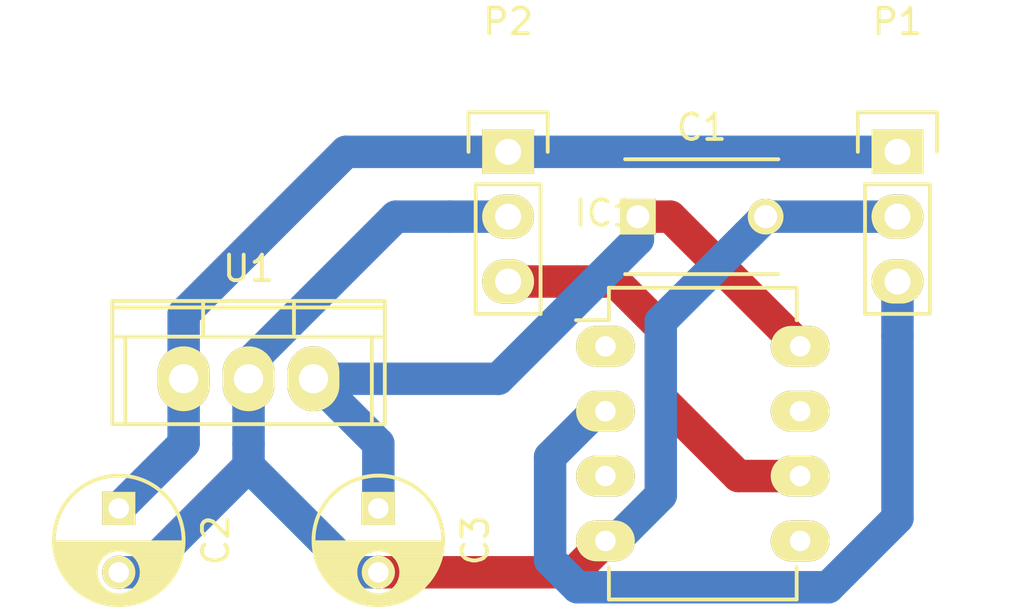
<source format=kicad_pcb>
(kicad_pcb (version 4) (host pcbnew "(2015-12-07 BZR 6352)-product")

  (general
    (links 14)
    (no_connects 9)
    (area 0 0 0 0)
    (thickness 1.6)
    (drawings 0)
    (tracks 46)
    (zones 0)
    (modules 7)
    (nets 10)
  )

  (page A4)
  (layers
    (0 F.Cu signal)
    (31 B.Cu signal)
    (32 B.Adhes user)
    (33 F.Adhes user)
    (34 B.Paste user)
    (35 F.Paste user)
    (36 B.SilkS user)
    (37 F.SilkS user)
    (38 B.Mask user)
    (39 F.Mask user)
    (40 Dwgs.User user)
    (41 Cmts.User user)
    (42 Eco1.User user)
    (43 Eco2.User user)
    (44 Edge.Cuts user)
    (45 Margin user)
    (46 B.CrtYd user)
    (47 F.CrtYd user)
    (48 B.Fab user)
    (49 F.Fab user)
  )

  (setup
    (last_trace_width 1.27)
    (user_trace_width 0.508)
    (user_trace_width 0.635)
    (user_trace_width 1.27)
    (trace_clearance 0.381)
    (zone_clearance 0.508)
    (zone_45_only no)
    (trace_min 0.2)
    (segment_width 0.2)
    (edge_width 0.15)
    (via_size 0.6)
    (via_drill 0.4)
    (via_min_size 0.4)
    (via_min_drill 0.3)
    (uvia_size 0.3)
    (uvia_drill 0.1)
    (uvias_allowed no)
    (uvia_min_size 0)
    (uvia_min_drill 0)
    (pcb_text_width 0.3)
    (pcb_text_size 1.5 1.5)
    (mod_edge_width 0.15)
    (mod_text_size 1 1)
    (mod_text_width 0.15)
    (pad_size 1.524 1.524)
    (pad_drill 0.762)
    (pad_to_mask_clearance 0.2)
    (aux_axis_origin 0 0)
    (visible_elements FFFFFF7F)
    (pcbplotparams
      (layerselection 0x00030_80000001)
      (usegerberextensions false)
      (excludeedgelayer true)
      (linewidth 0.100000)
      (plotframeref false)
      (viasonmask false)
      (mode 1)
      (useauxorigin false)
      (hpglpennumber 1)
      (hpglpenspeed 20)
      (hpglpendiameter 15)
      (hpglpenoverlay 2)
      (psnegative false)
      (psa4output false)
      (plotreference true)
      (plotvalue true)
      (plotinvisibletext false)
      (padsonsilk false)
      (subtractmaskfromsilk false)
      (outputformat 1)
      (mirror false)
      (drillshape 1)
      (scaleselection 1)
      (outputdirectory ""))
  )

  (net 0 "")
  (net 1 +5V)
  (net 2 GND)
  (net 3 VCC)
  (net 4 "Net-(IC1-Pad1)")
  (net 5 CTRLSignal)
  (net 6 "Net-(IC1-Pad3)")
  (net 7 "Net-(IC1-Pad5)")
  (net 8 LEDOut)
  (net 9 "Net-(IC1-Pad7)")

  (net_class Default "This is the default net class."
    (clearance 0.381)
    (trace_width 0.381)
    (via_dia 0.6)
    (via_drill 0.4)
    (uvia_dia 0.3)
    (uvia_drill 0.1)
    (add_net +5V)
    (add_net CTRLSignal)
    (add_net GND)
    (add_net LEDOut)
    (add_net "Net-(IC1-Pad1)")
    (add_net "Net-(IC1-Pad3)")
    (add_net "Net-(IC1-Pad5)")
    (add_net "Net-(IC1-Pad7)")
    (add_net VCC)
  )

  (module Capacitors_ThroughHole:C_Disc_D6_P5 (layer F.Cu) (tedit 0) (tstamp 57012D2A)
    (at 147.32 102.87)
    (descr "Capacitor 6mm Disc, Pitch 5mm")
    (tags Capacitor)
    (path /570124BC)
    (fp_text reference C1 (at 2.5 -3.5) (layer F.SilkS)
      (effects (font (size 1 1) (thickness 0.15)))
    )
    (fp_text value u10 (at 2.5 3.5) (layer F.Fab)
      (effects (font (size 1 1) (thickness 0.15)))
    )
    (fp_line (start -0.95 -2.5) (end 5.95 -2.5) (layer F.CrtYd) (width 0.05))
    (fp_line (start 5.95 -2.5) (end 5.95 2.5) (layer F.CrtYd) (width 0.05))
    (fp_line (start 5.95 2.5) (end -0.95 2.5) (layer F.CrtYd) (width 0.05))
    (fp_line (start -0.95 2.5) (end -0.95 -2.5) (layer F.CrtYd) (width 0.05))
    (fp_line (start -0.5 -2.25) (end 5.5 -2.25) (layer F.SilkS) (width 0.15))
    (fp_line (start 5.5 2.25) (end -0.5 2.25) (layer F.SilkS) (width 0.15))
    (pad 1 thru_hole rect (at 0 0) (size 1.4 1.4) (drill 0.9) (layers *.Cu *.Mask F.SilkS)
      (net 1 +5V))
    (pad 2 thru_hole circle (at 5 0) (size 1.4 1.4) (drill 0.9) (layers *.Cu *.Mask F.SilkS)
      (net 2 GND))
    (model Capacitors_ThroughHole.3dshapes/C_Disc_D6_P5.wrl
      (at (xyz 0.0984252 0 0))
      (scale (xyz 1 1 1))
      (rotate (xyz 0 0 0))
    )
  )

  (module Capacitors_ThroughHole:C_Radial_D5_L11_P2.5 (layer F.Cu) (tedit 0) (tstamp 57012D30)
    (at 127 114.3 270)
    (descr "Radial Electrolytic Capacitor Diameter 5mm x Length 11mm, Pitch 2.5mm")
    (tags "Electrolytic Capacitor")
    (path /57012D29)
    (fp_text reference C2 (at 1.25 -3.8 270) (layer F.SilkS)
      (effects (font (size 1 1) (thickness 0.15)))
    )
    (fp_text value 22u (at 1.25 3.8 270) (layer F.Fab)
      (effects (font (size 1 1) (thickness 0.15)))
    )
    (fp_line (start 1.325 -2.499) (end 1.325 2.499) (layer F.SilkS) (width 0.15))
    (fp_line (start 1.465 -2.491) (end 1.465 2.491) (layer F.SilkS) (width 0.15))
    (fp_line (start 1.605 -2.475) (end 1.605 -0.095) (layer F.SilkS) (width 0.15))
    (fp_line (start 1.605 0.095) (end 1.605 2.475) (layer F.SilkS) (width 0.15))
    (fp_line (start 1.745 -2.451) (end 1.745 -0.49) (layer F.SilkS) (width 0.15))
    (fp_line (start 1.745 0.49) (end 1.745 2.451) (layer F.SilkS) (width 0.15))
    (fp_line (start 1.885 -2.418) (end 1.885 -0.657) (layer F.SilkS) (width 0.15))
    (fp_line (start 1.885 0.657) (end 1.885 2.418) (layer F.SilkS) (width 0.15))
    (fp_line (start 2.025 -2.377) (end 2.025 -0.764) (layer F.SilkS) (width 0.15))
    (fp_line (start 2.025 0.764) (end 2.025 2.377) (layer F.SilkS) (width 0.15))
    (fp_line (start 2.165 -2.327) (end 2.165 -0.835) (layer F.SilkS) (width 0.15))
    (fp_line (start 2.165 0.835) (end 2.165 2.327) (layer F.SilkS) (width 0.15))
    (fp_line (start 2.305 -2.266) (end 2.305 -0.879) (layer F.SilkS) (width 0.15))
    (fp_line (start 2.305 0.879) (end 2.305 2.266) (layer F.SilkS) (width 0.15))
    (fp_line (start 2.445 -2.196) (end 2.445 -0.898) (layer F.SilkS) (width 0.15))
    (fp_line (start 2.445 0.898) (end 2.445 2.196) (layer F.SilkS) (width 0.15))
    (fp_line (start 2.585 -2.114) (end 2.585 -0.896) (layer F.SilkS) (width 0.15))
    (fp_line (start 2.585 0.896) (end 2.585 2.114) (layer F.SilkS) (width 0.15))
    (fp_line (start 2.725 -2.019) (end 2.725 -0.871) (layer F.SilkS) (width 0.15))
    (fp_line (start 2.725 0.871) (end 2.725 2.019) (layer F.SilkS) (width 0.15))
    (fp_line (start 2.865 -1.908) (end 2.865 -0.823) (layer F.SilkS) (width 0.15))
    (fp_line (start 2.865 0.823) (end 2.865 1.908) (layer F.SilkS) (width 0.15))
    (fp_line (start 3.005 -1.78) (end 3.005 -0.745) (layer F.SilkS) (width 0.15))
    (fp_line (start 3.005 0.745) (end 3.005 1.78) (layer F.SilkS) (width 0.15))
    (fp_line (start 3.145 -1.631) (end 3.145 -0.628) (layer F.SilkS) (width 0.15))
    (fp_line (start 3.145 0.628) (end 3.145 1.631) (layer F.SilkS) (width 0.15))
    (fp_line (start 3.285 -1.452) (end 3.285 -0.44) (layer F.SilkS) (width 0.15))
    (fp_line (start 3.285 0.44) (end 3.285 1.452) (layer F.SilkS) (width 0.15))
    (fp_line (start 3.425 -1.233) (end 3.425 1.233) (layer F.SilkS) (width 0.15))
    (fp_line (start 3.565 -0.944) (end 3.565 0.944) (layer F.SilkS) (width 0.15))
    (fp_line (start 3.705 -0.472) (end 3.705 0.472) (layer F.SilkS) (width 0.15))
    (fp_circle (center 2.5 0) (end 2.5 -0.9) (layer F.SilkS) (width 0.15))
    (fp_circle (center 1.25 0) (end 1.25 -2.5375) (layer F.SilkS) (width 0.15))
    (fp_circle (center 1.25 0) (end 1.25 -2.8) (layer F.CrtYd) (width 0.05))
    (pad 1 thru_hole rect (at 0 0 270) (size 1.3 1.3) (drill 0.8) (layers *.Cu *.Mask F.SilkS)
      (net 3 VCC))
    (pad 2 thru_hole circle (at 2.5 0 270) (size 1.3 1.3) (drill 0.8) (layers *.Cu *.Mask F.SilkS)
      (net 2 GND))
    (model Capacitors_ThroughHole.3dshapes/C_Radial_D5_L11_P2.5.wrl
      (at (xyz 0.049213 0 0))
      (scale (xyz 1 1 1))
      (rotate (xyz 0 0 90))
    )
  )

  (module Capacitors_ThroughHole:C_Radial_D5_L11_P2.5 (layer F.Cu) (tedit 0) (tstamp 57012D36)
    (at 137.16 114.3 270)
    (descr "Radial Electrolytic Capacitor Diameter 5mm x Length 11mm, Pitch 2.5mm")
    (tags "Electrolytic Capacitor")
    (path /57012DDB)
    (fp_text reference C3 (at 1.25 -3.8 270) (layer F.SilkS)
      (effects (font (size 1 1) (thickness 0.15)))
    )
    (fp_text value 10u (at 1.25 3.8 270) (layer F.Fab)
      (effects (font (size 1 1) (thickness 0.15)))
    )
    (fp_line (start 1.325 -2.499) (end 1.325 2.499) (layer F.SilkS) (width 0.15))
    (fp_line (start 1.465 -2.491) (end 1.465 2.491) (layer F.SilkS) (width 0.15))
    (fp_line (start 1.605 -2.475) (end 1.605 -0.095) (layer F.SilkS) (width 0.15))
    (fp_line (start 1.605 0.095) (end 1.605 2.475) (layer F.SilkS) (width 0.15))
    (fp_line (start 1.745 -2.451) (end 1.745 -0.49) (layer F.SilkS) (width 0.15))
    (fp_line (start 1.745 0.49) (end 1.745 2.451) (layer F.SilkS) (width 0.15))
    (fp_line (start 1.885 -2.418) (end 1.885 -0.657) (layer F.SilkS) (width 0.15))
    (fp_line (start 1.885 0.657) (end 1.885 2.418) (layer F.SilkS) (width 0.15))
    (fp_line (start 2.025 -2.377) (end 2.025 -0.764) (layer F.SilkS) (width 0.15))
    (fp_line (start 2.025 0.764) (end 2.025 2.377) (layer F.SilkS) (width 0.15))
    (fp_line (start 2.165 -2.327) (end 2.165 -0.835) (layer F.SilkS) (width 0.15))
    (fp_line (start 2.165 0.835) (end 2.165 2.327) (layer F.SilkS) (width 0.15))
    (fp_line (start 2.305 -2.266) (end 2.305 -0.879) (layer F.SilkS) (width 0.15))
    (fp_line (start 2.305 0.879) (end 2.305 2.266) (layer F.SilkS) (width 0.15))
    (fp_line (start 2.445 -2.196) (end 2.445 -0.898) (layer F.SilkS) (width 0.15))
    (fp_line (start 2.445 0.898) (end 2.445 2.196) (layer F.SilkS) (width 0.15))
    (fp_line (start 2.585 -2.114) (end 2.585 -0.896) (layer F.SilkS) (width 0.15))
    (fp_line (start 2.585 0.896) (end 2.585 2.114) (layer F.SilkS) (width 0.15))
    (fp_line (start 2.725 -2.019) (end 2.725 -0.871) (layer F.SilkS) (width 0.15))
    (fp_line (start 2.725 0.871) (end 2.725 2.019) (layer F.SilkS) (width 0.15))
    (fp_line (start 2.865 -1.908) (end 2.865 -0.823) (layer F.SilkS) (width 0.15))
    (fp_line (start 2.865 0.823) (end 2.865 1.908) (layer F.SilkS) (width 0.15))
    (fp_line (start 3.005 -1.78) (end 3.005 -0.745) (layer F.SilkS) (width 0.15))
    (fp_line (start 3.005 0.745) (end 3.005 1.78) (layer F.SilkS) (width 0.15))
    (fp_line (start 3.145 -1.631) (end 3.145 -0.628) (layer F.SilkS) (width 0.15))
    (fp_line (start 3.145 0.628) (end 3.145 1.631) (layer F.SilkS) (width 0.15))
    (fp_line (start 3.285 -1.452) (end 3.285 -0.44) (layer F.SilkS) (width 0.15))
    (fp_line (start 3.285 0.44) (end 3.285 1.452) (layer F.SilkS) (width 0.15))
    (fp_line (start 3.425 -1.233) (end 3.425 1.233) (layer F.SilkS) (width 0.15))
    (fp_line (start 3.565 -0.944) (end 3.565 0.944) (layer F.SilkS) (width 0.15))
    (fp_line (start 3.705 -0.472) (end 3.705 0.472) (layer F.SilkS) (width 0.15))
    (fp_circle (center 2.5 0) (end 2.5 -0.9) (layer F.SilkS) (width 0.15))
    (fp_circle (center 1.25 0) (end 1.25 -2.5375) (layer F.SilkS) (width 0.15))
    (fp_circle (center 1.25 0) (end 1.25 -2.8) (layer F.CrtYd) (width 0.05))
    (pad 1 thru_hole rect (at 0 0 270) (size 1.3 1.3) (drill 0.8) (layers *.Cu *.Mask F.SilkS)
      (net 1 +5V))
    (pad 2 thru_hole circle (at 2.5 0 270) (size 1.3 1.3) (drill 0.8) (layers *.Cu *.Mask F.SilkS)
      (net 2 GND))
    (model Capacitors_ThroughHole.3dshapes/C_Radial_D5_L11_P2.5.wrl
      (at (xyz 0.049213 0 0))
      (scale (xyz 1 1 1))
      (rotate (xyz 0 0 90))
    )
  )

  (module Housings_DIP:DIP-8_W7.62mm_LongPads (layer F.Cu) (tedit 54130A77) (tstamp 57012D42)
    (at 146.05 107.95)
    (descr "8-lead dip package, row spacing 7.62 mm (300 mils), longer pads")
    (tags "dil dip 2.54 300")
    (path /56FFFE4D)
    (fp_text reference IC1 (at 0 -5.22) (layer F.SilkS)
      (effects (font (size 1 1) (thickness 0.15)))
    )
    (fp_text value ATTINY45-P (at 0 -3.72) (layer F.Fab)
      (effects (font (size 1 1) (thickness 0.15)))
    )
    (fp_line (start -1.4 -2.45) (end -1.4 10.1) (layer F.CrtYd) (width 0.05))
    (fp_line (start 9 -2.45) (end 9 10.1) (layer F.CrtYd) (width 0.05))
    (fp_line (start -1.4 -2.45) (end 9 -2.45) (layer F.CrtYd) (width 0.05))
    (fp_line (start -1.4 10.1) (end 9 10.1) (layer F.CrtYd) (width 0.05))
    (fp_line (start 0.135 -2.295) (end 0.135 -1.025) (layer F.SilkS) (width 0.15))
    (fp_line (start 7.485 -2.295) (end 7.485 -1.025) (layer F.SilkS) (width 0.15))
    (fp_line (start 7.485 9.915) (end 7.485 8.645) (layer F.SilkS) (width 0.15))
    (fp_line (start 0.135 9.915) (end 0.135 8.645) (layer F.SilkS) (width 0.15))
    (fp_line (start 0.135 -2.295) (end 7.485 -2.295) (layer F.SilkS) (width 0.15))
    (fp_line (start 0.135 9.915) (end 7.485 9.915) (layer F.SilkS) (width 0.15))
    (fp_line (start 0.135 -1.025) (end -1.15 -1.025) (layer F.SilkS) (width 0.15))
    (pad 1 thru_hole oval (at 0 0) (size 2.3 1.6) (drill 0.8) (layers *.Cu *.Mask F.SilkS)
      (net 4 "Net-(IC1-Pad1)"))
    (pad 2 thru_hole oval (at 0 2.54) (size 2.3 1.6) (drill 0.8) (layers *.Cu *.Mask F.SilkS)
      (net 5 CTRLSignal))
    (pad 3 thru_hole oval (at 0 5.08) (size 2.3 1.6) (drill 0.8) (layers *.Cu *.Mask F.SilkS)
      (net 6 "Net-(IC1-Pad3)"))
    (pad 4 thru_hole oval (at 0 7.62) (size 2.3 1.6) (drill 0.8) (layers *.Cu *.Mask F.SilkS)
      (net 2 GND))
    (pad 5 thru_hole oval (at 7.62 7.62) (size 2.3 1.6) (drill 0.8) (layers *.Cu *.Mask F.SilkS)
      (net 7 "Net-(IC1-Pad5)"))
    (pad 6 thru_hole oval (at 7.62 5.08) (size 2.3 1.6) (drill 0.8) (layers *.Cu *.Mask F.SilkS)
      (net 8 LEDOut))
    (pad 7 thru_hole oval (at 7.62 2.54) (size 2.3 1.6) (drill 0.8) (layers *.Cu *.Mask F.SilkS)
      (net 9 "Net-(IC1-Pad7)"))
    (pad 8 thru_hole oval (at 7.62 0) (size 2.3 1.6) (drill 0.8) (layers *.Cu *.Mask F.SilkS)
      (net 1 +5V))
    (model Housings_DIP.3dshapes/DIP-8_W7.62mm_LongPads.wrl
      (at (xyz 0 0 0))
      (scale (xyz 1 1 1))
      (rotate (xyz 0 0 0))
    )
  )

  (module Pin_Headers:Pin_Header_Straight_1x03 (layer F.Cu) (tedit 0) (tstamp 57012D49)
    (at 157.48 100.33)
    (descr "Through hole pin header")
    (tags "pin header")
    (path /5701301E)
    (fp_text reference P1 (at 0 -5.1) (layer F.SilkS)
      (effects (font (size 1 1) (thickness 0.15)))
    )
    (fp_text value CONN_01X03 (at 0 -3.1) (layer F.Fab)
      (effects (font (size 1 1) (thickness 0.15)))
    )
    (fp_line (start -1.75 -1.75) (end -1.75 6.85) (layer F.CrtYd) (width 0.05))
    (fp_line (start 1.75 -1.75) (end 1.75 6.85) (layer F.CrtYd) (width 0.05))
    (fp_line (start -1.75 -1.75) (end 1.75 -1.75) (layer F.CrtYd) (width 0.05))
    (fp_line (start -1.75 6.85) (end 1.75 6.85) (layer F.CrtYd) (width 0.05))
    (fp_line (start -1.27 1.27) (end -1.27 6.35) (layer F.SilkS) (width 0.15))
    (fp_line (start -1.27 6.35) (end 1.27 6.35) (layer F.SilkS) (width 0.15))
    (fp_line (start 1.27 6.35) (end 1.27 1.27) (layer F.SilkS) (width 0.15))
    (fp_line (start 1.55 -1.55) (end 1.55 0) (layer F.SilkS) (width 0.15))
    (fp_line (start 1.27 1.27) (end -1.27 1.27) (layer F.SilkS) (width 0.15))
    (fp_line (start -1.55 0) (end -1.55 -1.55) (layer F.SilkS) (width 0.15))
    (fp_line (start -1.55 -1.55) (end 1.55 -1.55) (layer F.SilkS) (width 0.15))
    (pad 1 thru_hole rect (at 0 0) (size 2.032 1.7272) (drill 1.016) (layers *.Cu *.Mask F.SilkS)
      (net 3 VCC))
    (pad 2 thru_hole oval (at 0 2.54) (size 2.032 1.7272) (drill 1.016) (layers *.Cu *.Mask F.SilkS)
      (net 2 GND))
    (pad 3 thru_hole oval (at 0 5.08) (size 2.032 1.7272) (drill 1.016) (layers *.Cu *.Mask F.SilkS)
      (net 5 CTRLSignal))
    (model Pin_Headers.3dshapes/Pin_Header_Straight_1x03.wrl
      (at (xyz 0 -0.1 0))
      (scale (xyz 1 1 1))
      (rotate (xyz 0 0 90))
    )
  )

  (module Pin_Headers:Pin_Header_Straight_1x03 (layer F.Cu) (tedit 0) (tstamp 57012D50)
    (at 142.24 100.33)
    (descr "Through hole pin header")
    (tags "pin header")
    (path /57012C0D)
    (fp_text reference P2 (at 0 -5.1) (layer F.SilkS)
      (effects (font (size 1 1) (thickness 0.15)))
    )
    (fp_text value CONN_01X03 (at 0 -3.1) (layer F.Fab)
      (effects (font (size 1 1) (thickness 0.15)))
    )
    (fp_line (start -1.75 -1.75) (end -1.75 6.85) (layer F.CrtYd) (width 0.05))
    (fp_line (start 1.75 -1.75) (end 1.75 6.85) (layer F.CrtYd) (width 0.05))
    (fp_line (start -1.75 -1.75) (end 1.75 -1.75) (layer F.CrtYd) (width 0.05))
    (fp_line (start -1.75 6.85) (end 1.75 6.85) (layer F.CrtYd) (width 0.05))
    (fp_line (start -1.27 1.27) (end -1.27 6.35) (layer F.SilkS) (width 0.15))
    (fp_line (start -1.27 6.35) (end 1.27 6.35) (layer F.SilkS) (width 0.15))
    (fp_line (start 1.27 6.35) (end 1.27 1.27) (layer F.SilkS) (width 0.15))
    (fp_line (start 1.55 -1.55) (end 1.55 0) (layer F.SilkS) (width 0.15))
    (fp_line (start 1.27 1.27) (end -1.27 1.27) (layer F.SilkS) (width 0.15))
    (fp_line (start -1.55 0) (end -1.55 -1.55) (layer F.SilkS) (width 0.15))
    (fp_line (start -1.55 -1.55) (end 1.55 -1.55) (layer F.SilkS) (width 0.15))
    (pad 1 thru_hole rect (at 0 0) (size 2.032 1.7272) (drill 1.016) (layers *.Cu *.Mask F.SilkS)
      (net 3 VCC))
    (pad 2 thru_hole oval (at 0 2.54) (size 2.032 1.7272) (drill 1.016) (layers *.Cu *.Mask F.SilkS)
      (net 2 GND))
    (pad 3 thru_hole oval (at 0 5.08) (size 2.032 1.7272) (drill 1.016) (layers *.Cu *.Mask F.SilkS)
      (net 8 LEDOut))
    (model Pin_Headers.3dshapes/Pin_Header_Straight_1x03.wrl
      (at (xyz 0 -0.1 0))
      (scale (xyz 1 1 1))
      (rotate (xyz 0 0 90))
    )
  )

  (module Power_Integrations:TO-220 (layer F.Cu) (tedit 0) (tstamp 57012D57)
    (at 132.08 109.22)
    (descr "Non Isolated JEDEC TO-220 Package")
    (tags "Power Integration YN Package")
    (path /57012ED7)
    (fp_text reference U1 (at 0 -4.318) (layer F.SilkS)
      (effects (font (size 1 1) (thickness 0.15)))
    )
    (fp_text value "LM7805(Has_numbers)" (at 0 -4.318) (layer F.Fab)
      (effects (font (size 1 1) (thickness 0.15)))
    )
    (fp_line (start 4.826 -1.651) (end 4.826 1.778) (layer F.SilkS) (width 0.15))
    (fp_line (start -4.826 -1.651) (end -4.826 1.778) (layer F.SilkS) (width 0.15))
    (fp_line (start 5.334 -2.794) (end -5.334 -2.794) (layer F.SilkS) (width 0.15))
    (fp_line (start 1.778 -1.778) (end 1.778 -3.048) (layer F.SilkS) (width 0.15))
    (fp_line (start -1.778 -1.778) (end -1.778 -3.048) (layer F.SilkS) (width 0.15))
    (fp_line (start -5.334 -1.651) (end 5.334 -1.651) (layer F.SilkS) (width 0.15))
    (fp_line (start 5.334 1.778) (end -5.334 1.778) (layer F.SilkS) (width 0.15))
    (fp_line (start -5.334 -3.048) (end -5.334 1.778) (layer F.SilkS) (width 0.15))
    (fp_line (start 5.334 -3.048) (end 5.334 1.778) (layer F.SilkS) (width 0.15))
    (fp_line (start 5.334 -3.048) (end -5.334 -3.048) (layer F.SilkS) (width 0.15))
    (pad 2 thru_hole oval (at 0 0) (size 2.032 2.54) (drill 1.143) (layers *.Cu *.Mask F.SilkS)
      (net 2 GND))
    (pad 3 thru_hole oval (at 2.54 0) (size 2.032 2.54) (drill 1.143) (layers *.Cu *.Mask F.SilkS)
      (net 1 +5V))
    (pad 1 thru_hole oval (at -2.54 0) (size 2.032 2.54) (drill 1.143) (layers *.Cu *.Mask F.SilkS)
      (net 3 VCC))
  )

  (segment (start 147.32 102.87) (end 147.32 103.761775) (width 1.27) (layer B.Cu) (net 1))
  (segment (start 147.32 103.761775) (end 141.861775 109.22) (width 1.27) (layer B.Cu) (net 1))
  (segment (start 141.861775 109.22) (end 136.906 109.22) (width 1.27) (layer B.Cu) (net 1))
  (segment (start 136.906 109.22) (end 134.62 109.22) (width 1.27) (layer B.Cu) (net 1))
  (segment (start 147.32 102.87) (end 148.59 102.87) (width 1.27) (layer F.Cu) (net 1))
  (segment (start 148.59 102.87) (end 153.67 107.95) (width 1.27) (layer F.Cu) (net 1))
  (segment (start 137.16 114.3) (end 137.16 111.76) (width 1.27) (layer B.Cu) (net 1))
  (segment (start 137.16 111.76) (end 134.62 109.22) (width 1.27) (layer B.Cu) (net 1))
  (segment (start 146.05 115.57) (end 144.82 116.8) (width 1.27) (layer F.Cu) (net 2))
  (segment (start 144.82 116.8) (end 137.16 116.8) (width 1.27) (layer F.Cu) (net 2))
  (segment (start 152.32 102.87) (end 157.48 102.87) (width 1.27) (layer B.Cu) (net 2))
  (segment (start 146.05 115.57) (end 146.428225 115.57) (width 1.27) (layer B.Cu) (net 2))
  (segment (start 146.428225 115.57) (end 148.21601 113.782215) (width 1.27) (layer B.Cu) (net 2))
  (segment (start 151.620001 103.569999) (end 152.32 102.87) (width 1.27) (layer B.Cu) (net 2))
  (segment (start 148.21601 113.782215) (end 148.21601 106.97399) (width 1.27) (layer B.Cu) (net 2))
  (segment (start 148.21601 106.97399) (end 151.620001 103.569999) (width 1.27) (layer B.Cu) (net 2))
  (segment (start 137.16 116.8) (end 136.240762 116.8) (width 1.27) (layer B.Cu) (net 2))
  (segment (start 136.240762 116.8) (end 132.08 112.639238) (width 1.27) (layer B.Cu) (net 2))
  (segment (start 132.08 112.639238) (end 132.08 111.76) (width 1.27) (layer B.Cu) (net 2))
  (segment (start 132.08 111.76) (end 132.08 109.22) (width 1.27) (layer B.Cu) (net 2))
  (segment (start 127 116.8) (end 127.919238 116.8) (width 1.27) (layer B.Cu) (net 2))
  (segment (start 127.919238 116.8) (end 132.08 112.639238) (width 1.27) (layer B.Cu) (net 2))
  (segment (start 132.08 109.22) (end 132.08 108.632304) (width 1.27) (layer B.Cu) (net 2))
  (segment (start 132.08 108.632304) (end 137.842304 102.87) (width 1.27) (layer B.Cu) (net 2))
  (segment (start 137.842304 102.87) (end 139.954 102.87) (width 1.27) (layer B.Cu) (net 2))
  (segment (start 139.954 102.87) (end 142.24 102.87) (width 1.27) (layer B.Cu) (net 2))
  (segment (start 157.48 100.33) (end 142.24 100.33) (width 1.27) (layer B.Cu) (net 3))
  (segment (start 129.54 109.22) (end 129.54 111.76) (width 1.27) (layer B.Cu) (net 3))
  (segment (start 129.54 111.76) (end 127 114.3) (width 1.27) (layer B.Cu) (net 3))
  (segment (start 142.24 100.33) (end 135.89 100.33) (width 1.27) (layer B.Cu) (net 3))
  (segment (start 135.89 100.33) (end 129.54 106.68) (width 1.27) (layer B.Cu) (net 3))
  (segment (start 129.54 106.68) (end 129.54 109.22) (width 1.27) (layer B.Cu) (net 3))
  (segment (start 146.05 110.49) (end 145.671775 110.49) (width 1.27) (layer B.Cu) (net 5))
  (segment (start 157.48 114.678225) (end 157.48 107.5436) (width 1.27) (layer B.Cu) (net 5))
  (segment (start 145.671775 110.49) (end 143.88399 112.277785) (width 1.27) (layer B.Cu) (net 5))
  (segment (start 143.88399 112.277785) (end 143.88399 116.322215) (width 1.27) (layer B.Cu) (net 5))
  (segment (start 157.48 107.5436) (end 157.48 105.41) (width 1.27) (layer B.Cu) (net 5))
  (segment (start 143.88399 116.322215) (end 144.947785 117.38601) (width 1.27) (layer B.Cu) (net 5))
  (segment (start 144.947785 117.38601) (end 154.772215 117.38601) (width 1.27) (layer B.Cu) (net 5))
  (segment (start 154.772215 117.38601) (end 157.48 114.678225) (width 1.27) (layer B.Cu) (net 5))
  (segment (start 153.67 113.03) (end 151.25 113.03) (width 1.27) (layer F.Cu) (net 8))
  (segment (start 151.25 113.03) (end 148.21601 109.99601) (width 1.27) (layer F.Cu) (net 8))
  (segment (start 148.21601 109.99601) (end 148.21601 107.197785) (width 1.27) (layer F.Cu) (net 8))
  (segment (start 148.21601 107.197785) (end 146.428225 105.41) (width 1.27) (layer F.Cu) (net 8))
  (segment (start 146.428225 105.41) (end 144.526 105.41) (width 1.27) (layer F.Cu) (net 8))
  (segment (start 144.526 105.41) (end 142.24 105.41) (width 1.27) (layer F.Cu) (net 8))

)

</source>
